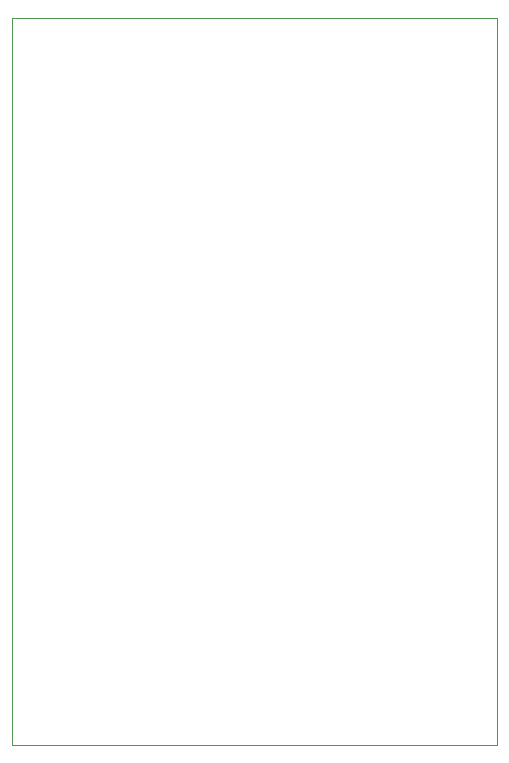
<source format=gbr>
%TF.GenerationSoftware,KiCad,Pcbnew,5.1.7-a382d34a8~88~ubuntu18.04.1*%
%TF.CreationDate,2021-03-14T12:27:23+01:00*%
%TF.ProjectId,bleskomat-v2.1.0,626c6573-6b6f-46d6-9174-2d76322e312e,test*%
%TF.SameCoordinates,Original*%
%TF.FileFunction,Profile,NP*%
%FSLAX46Y46*%
G04 Gerber Fmt 4.6, Leading zero omitted, Abs format (unit mm)*
G04 Created by KiCad (PCBNEW 5.1.7-a382d34a8~88~ubuntu18.04.1) date 2021-03-14 12:27:23*
%MOMM*%
%LPD*%
G01*
G04 APERTURE LIST*
%TA.AperFunction,Profile*%
%ADD10C,0.050000*%
%TD*%
G04 APERTURE END LIST*
D10*
X100000000Y-73500000D02*
X100000000Y-135000000D01*
X141000000Y-73500000D02*
X100000000Y-73500000D01*
X141000000Y-135000000D02*
X141000000Y-73500000D01*
X100000000Y-135000000D02*
X141000000Y-135000000D01*
M02*

</source>
